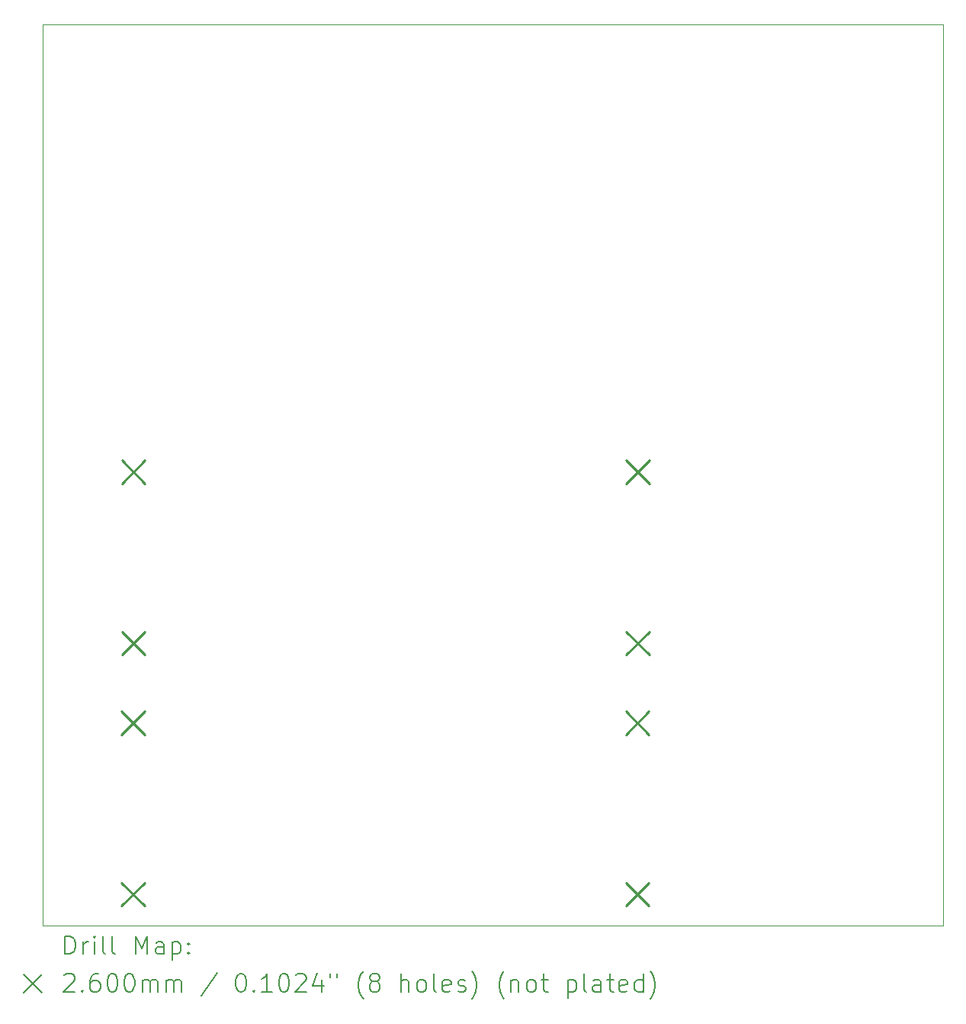
<source format=gbr>
%TF.GenerationSoftware,KiCad,Pcbnew,6.0.10-86aedd382b~118~ubuntu22.10.1*%
%TF.CreationDate,2023-02-15T12:29:08+01:00*%
%TF.ProjectId,railway,7261696c-7761-4792-9e6b-696361645f70,rev?*%
%TF.SameCoordinates,Original*%
%TF.FileFunction,Drillmap*%
%TF.FilePolarity,Positive*%
%FSLAX45Y45*%
G04 Gerber Fmt 4.5, Leading zero omitted, Abs format (unit mm)*
G04 Created by KiCad (PCBNEW 6.0.10-86aedd382b~118~ubuntu22.10.1) date 2023-02-15 12:29:08*
%MOMM*%
%LPD*%
G01*
G04 APERTURE LIST*
%ADD10C,0.100000*%
%ADD11C,0.200000*%
%ADD12C,0.260000*%
G04 APERTURE END LIST*
D10*
X3000000Y-3000000D02*
X13000000Y-3000000D01*
X13000000Y-3000000D02*
X13000000Y-13000000D01*
X13000000Y-13000000D02*
X3000000Y-13000000D01*
X3000000Y-13000000D02*
X3000000Y-3000000D01*
D11*
D12*
X3878400Y-10622100D02*
X4138400Y-10882100D01*
X4138400Y-10622100D02*
X3878400Y-10882100D01*
X3878400Y-12522100D02*
X4138400Y-12782100D01*
X4138400Y-12522100D02*
X3878400Y-12782100D01*
X3880400Y-7838600D02*
X4140400Y-8098600D01*
X4140400Y-7838600D02*
X3880400Y-8098600D01*
X3880400Y-9738600D02*
X4140400Y-9998600D01*
X4140400Y-9738600D02*
X3880400Y-9998600D01*
X9478400Y-10622100D02*
X9738400Y-10882100D01*
X9738400Y-10622100D02*
X9478400Y-10882100D01*
X9478400Y-12522100D02*
X9738400Y-12782100D01*
X9738400Y-12522100D02*
X9478400Y-12782100D01*
X9480400Y-7838600D02*
X9740400Y-8098600D01*
X9740400Y-7838600D02*
X9480400Y-8098600D01*
X9480400Y-9738600D02*
X9740400Y-9998600D01*
X9740400Y-9738600D02*
X9480400Y-9998600D01*
D11*
X3252619Y-13315476D02*
X3252619Y-13115476D01*
X3300238Y-13115476D01*
X3328809Y-13125000D01*
X3347857Y-13144048D01*
X3357381Y-13163095D01*
X3366905Y-13201190D01*
X3366905Y-13229762D01*
X3357381Y-13267857D01*
X3347857Y-13286905D01*
X3328809Y-13305952D01*
X3300238Y-13315476D01*
X3252619Y-13315476D01*
X3452619Y-13315476D02*
X3452619Y-13182143D01*
X3452619Y-13220238D02*
X3462143Y-13201190D01*
X3471667Y-13191667D01*
X3490714Y-13182143D01*
X3509762Y-13182143D01*
X3576428Y-13315476D02*
X3576428Y-13182143D01*
X3576428Y-13115476D02*
X3566905Y-13125000D01*
X3576428Y-13134524D01*
X3585952Y-13125000D01*
X3576428Y-13115476D01*
X3576428Y-13134524D01*
X3700238Y-13315476D02*
X3681190Y-13305952D01*
X3671667Y-13286905D01*
X3671667Y-13115476D01*
X3805000Y-13315476D02*
X3785952Y-13305952D01*
X3776428Y-13286905D01*
X3776428Y-13115476D01*
X4033571Y-13315476D02*
X4033571Y-13115476D01*
X4100238Y-13258333D01*
X4166905Y-13115476D01*
X4166905Y-13315476D01*
X4347857Y-13315476D02*
X4347857Y-13210714D01*
X4338333Y-13191667D01*
X4319286Y-13182143D01*
X4281190Y-13182143D01*
X4262143Y-13191667D01*
X4347857Y-13305952D02*
X4328810Y-13315476D01*
X4281190Y-13315476D01*
X4262143Y-13305952D01*
X4252619Y-13286905D01*
X4252619Y-13267857D01*
X4262143Y-13248809D01*
X4281190Y-13239286D01*
X4328810Y-13239286D01*
X4347857Y-13229762D01*
X4443095Y-13182143D02*
X4443095Y-13382143D01*
X4443095Y-13191667D02*
X4462143Y-13182143D01*
X4500238Y-13182143D01*
X4519286Y-13191667D01*
X4528810Y-13201190D01*
X4538333Y-13220238D01*
X4538333Y-13277381D01*
X4528810Y-13296428D01*
X4519286Y-13305952D01*
X4500238Y-13315476D01*
X4462143Y-13315476D01*
X4443095Y-13305952D01*
X4624048Y-13296428D02*
X4633571Y-13305952D01*
X4624048Y-13315476D01*
X4614524Y-13305952D01*
X4624048Y-13296428D01*
X4624048Y-13315476D01*
X4624048Y-13191667D02*
X4633571Y-13201190D01*
X4624048Y-13210714D01*
X4614524Y-13201190D01*
X4624048Y-13191667D01*
X4624048Y-13210714D01*
X2795000Y-13545000D02*
X2995000Y-13745000D01*
X2995000Y-13545000D02*
X2795000Y-13745000D01*
X3243095Y-13554524D02*
X3252619Y-13545000D01*
X3271667Y-13535476D01*
X3319286Y-13535476D01*
X3338333Y-13545000D01*
X3347857Y-13554524D01*
X3357381Y-13573571D01*
X3357381Y-13592619D01*
X3347857Y-13621190D01*
X3233571Y-13735476D01*
X3357381Y-13735476D01*
X3443095Y-13716428D02*
X3452619Y-13725952D01*
X3443095Y-13735476D01*
X3433571Y-13725952D01*
X3443095Y-13716428D01*
X3443095Y-13735476D01*
X3624048Y-13535476D02*
X3585952Y-13535476D01*
X3566905Y-13545000D01*
X3557381Y-13554524D01*
X3538333Y-13583095D01*
X3528809Y-13621190D01*
X3528809Y-13697381D01*
X3538333Y-13716428D01*
X3547857Y-13725952D01*
X3566905Y-13735476D01*
X3605000Y-13735476D01*
X3624048Y-13725952D01*
X3633571Y-13716428D01*
X3643095Y-13697381D01*
X3643095Y-13649762D01*
X3633571Y-13630714D01*
X3624048Y-13621190D01*
X3605000Y-13611667D01*
X3566905Y-13611667D01*
X3547857Y-13621190D01*
X3538333Y-13630714D01*
X3528809Y-13649762D01*
X3766905Y-13535476D02*
X3785952Y-13535476D01*
X3805000Y-13545000D01*
X3814524Y-13554524D01*
X3824048Y-13573571D01*
X3833571Y-13611667D01*
X3833571Y-13659286D01*
X3824048Y-13697381D01*
X3814524Y-13716428D01*
X3805000Y-13725952D01*
X3785952Y-13735476D01*
X3766905Y-13735476D01*
X3747857Y-13725952D01*
X3738333Y-13716428D01*
X3728809Y-13697381D01*
X3719286Y-13659286D01*
X3719286Y-13611667D01*
X3728809Y-13573571D01*
X3738333Y-13554524D01*
X3747857Y-13545000D01*
X3766905Y-13535476D01*
X3957381Y-13535476D02*
X3976428Y-13535476D01*
X3995476Y-13545000D01*
X4005000Y-13554524D01*
X4014524Y-13573571D01*
X4024048Y-13611667D01*
X4024048Y-13659286D01*
X4014524Y-13697381D01*
X4005000Y-13716428D01*
X3995476Y-13725952D01*
X3976428Y-13735476D01*
X3957381Y-13735476D01*
X3938333Y-13725952D01*
X3928809Y-13716428D01*
X3919286Y-13697381D01*
X3909762Y-13659286D01*
X3909762Y-13611667D01*
X3919286Y-13573571D01*
X3928809Y-13554524D01*
X3938333Y-13545000D01*
X3957381Y-13535476D01*
X4109762Y-13735476D02*
X4109762Y-13602143D01*
X4109762Y-13621190D02*
X4119286Y-13611667D01*
X4138333Y-13602143D01*
X4166905Y-13602143D01*
X4185952Y-13611667D01*
X4195476Y-13630714D01*
X4195476Y-13735476D01*
X4195476Y-13630714D02*
X4205000Y-13611667D01*
X4224048Y-13602143D01*
X4252619Y-13602143D01*
X4271667Y-13611667D01*
X4281190Y-13630714D01*
X4281190Y-13735476D01*
X4376429Y-13735476D02*
X4376429Y-13602143D01*
X4376429Y-13621190D02*
X4385952Y-13611667D01*
X4405000Y-13602143D01*
X4433571Y-13602143D01*
X4452619Y-13611667D01*
X4462143Y-13630714D01*
X4462143Y-13735476D01*
X4462143Y-13630714D02*
X4471667Y-13611667D01*
X4490714Y-13602143D01*
X4519286Y-13602143D01*
X4538333Y-13611667D01*
X4547857Y-13630714D01*
X4547857Y-13735476D01*
X4938333Y-13525952D02*
X4766905Y-13783095D01*
X5195476Y-13535476D02*
X5214524Y-13535476D01*
X5233571Y-13545000D01*
X5243095Y-13554524D01*
X5252619Y-13573571D01*
X5262143Y-13611667D01*
X5262143Y-13659286D01*
X5252619Y-13697381D01*
X5243095Y-13716428D01*
X5233571Y-13725952D01*
X5214524Y-13735476D01*
X5195476Y-13735476D01*
X5176429Y-13725952D01*
X5166905Y-13716428D01*
X5157381Y-13697381D01*
X5147857Y-13659286D01*
X5147857Y-13611667D01*
X5157381Y-13573571D01*
X5166905Y-13554524D01*
X5176429Y-13545000D01*
X5195476Y-13535476D01*
X5347857Y-13716428D02*
X5357381Y-13725952D01*
X5347857Y-13735476D01*
X5338333Y-13725952D01*
X5347857Y-13716428D01*
X5347857Y-13735476D01*
X5547857Y-13735476D02*
X5433571Y-13735476D01*
X5490714Y-13735476D02*
X5490714Y-13535476D01*
X5471667Y-13564048D01*
X5452619Y-13583095D01*
X5433571Y-13592619D01*
X5671667Y-13535476D02*
X5690714Y-13535476D01*
X5709762Y-13545000D01*
X5719286Y-13554524D01*
X5728809Y-13573571D01*
X5738333Y-13611667D01*
X5738333Y-13659286D01*
X5728809Y-13697381D01*
X5719286Y-13716428D01*
X5709762Y-13725952D01*
X5690714Y-13735476D01*
X5671667Y-13735476D01*
X5652619Y-13725952D01*
X5643095Y-13716428D01*
X5633571Y-13697381D01*
X5624048Y-13659286D01*
X5624048Y-13611667D01*
X5633571Y-13573571D01*
X5643095Y-13554524D01*
X5652619Y-13545000D01*
X5671667Y-13535476D01*
X5814524Y-13554524D02*
X5824048Y-13545000D01*
X5843095Y-13535476D01*
X5890714Y-13535476D01*
X5909762Y-13545000D01*
X5919286Y-13554524D01*
X5928809Y-13573571D01*
X5928809Y-13592619D01*
X5919286Y-13621190D01*
X5805000Y-13735476D01*
X5928809Y-13735476D01*
X6100238Y-13602143D02*
X6100238Y-13735476D01*
X6052619Y-13525952D02*
X6005000Y-13668809D01*
X6128809Y-13668809D01*
X6195476Y-13535476D02*
X6195476Y-13573571D01*
X6271667Y-13535476D02*
X6271667Y-13573571D01*
X6566905Y-13811667D02*
X6557381Y-13802143D01*
X6538333Y-13773571D01*
X6528809Y-13754524D01*
X6519286Y-13725952D01*
X6509762Y-13678333D01*
X6509762Y-13640238D01*
X6519286Y-13592619D01*
X6528809Y-13564048D01*
X6538333Y-13545000D01*
X6557381Y-13516428D01*
X6566905Y-13506905D01*
X6671667Y-13621190D02*
X6652619Y-13611667D01*
X6643095Y-13602143D01*
X6633571Y-13583095D01*
X6633571Y-13573571D01*
X6643095Y-13554524D01*
X6652619Y-13545000D01*
X6671667Y-13535476D01*
X6709762Y-13535476D01*
X6728809Y-13545000D01*
X6738333Y-13554524D01*
X6747857Y-13573571D01*
X6747857Y-13583095D01*
X6738333Y-13602143D01*
X6728809Y-13611667D01*
X6709762Y-13621190D01*
X6671667Y-13621190D01*
X6652619Y-13630714D01*
X6643095Y-13640238D01*
X6633571Y-13659286D01*
X6633571Y-13697381D01*
X6643095Y-13716428D01*
X6652619Y-13725952D01*
X6671667Y-13735476D01*
X6709762Y-13735476D01*
X6728809Y-13725952D01*
X6738333Y-13716428D01*
X6747857Y-13697381D01*
X6747857Y-13659286D01*
X6738333Y-13640238D01*
X6728809Y-13630714D01*
X6709762Y-13621190D01*
X6985952Y-13735476D02*
X6985952Y-13535476D01*
X7071667Y-13735476D02*
X7071667Y-13630714D01*
X7062143Y-13611667D01*
X7043095Y-13602143D01*
X7014524Y-13602143D01*
X6995476Y-13611667D01*
X6985952Y-13621190D01*
X7195476Y-13735476D02*
X7176428Y-13725952D01*
X7166905Y-13716428D01*
X7157381Y-13697381D01*
X7157381Y-13640238D01*
X7166905Y-13621190D01*
X7176428Y-13611667D01*
X7195476Y-13602143D01*
X7224048Y-13602143D01*
X7243095Y-13611667D01*
X7252619Y-13621190D01*
X7262143Y-13640238D01*
X7262143Y-13697381D01*
X7252619Y-13716428D01*
X7243095Y-13725952D01*
X7224048Y-13735476D01*
X7195476Y-13735476D01*
X7376428Y-13735476D02*
X7357381Y-13725952D01*
X7347857Y-13706905D01*
X7347857Y-13535476D01*
X7528809Y-13725952D02*
X7509762Y-13735476D01*
X7471667Y-13735476D01*
X7452619Y-13725952D01*
X7443095Y-13706905D01*
X7443095Y-13630714D01*
X7452619Y-13611667D01*
X7471667Y-13602143D01*
X7509762Y-13602143D01*
X7528809Y-13611667D01*
X7538333Y-13630714D01*
X7538333Y-13649762D01*
X7443095Y-13668809D01*
X7614524Y-13725952D02*
X7633571Y-13735476D01*
X7671667Y-13735476D01*
X7690714Y-13725952D01*
X7700238Y-13706905D01*
X7700238Y-13697381D01*
X7690714Y-13678333D01*
X7671667Y-13668809D01*
X7643095Y-13668809D01*
X7624048Y-13659286D01*
X7614524Y-13640238D01*
X7614524Y-13630714D01*
X7624048Y-13611667D01*
X7643095Y-13602143D01*
X7671667Y-13602143D01*
X7690714Y-13611667D01*
X7766905Y-13811667D02*
X7776428Y-13802143D01*
X7795476Y-13773571D01*
X7805000Y-13754524D01*
X7814524Y-13725952D01*
X7824048Y-13678333D01*
X7824048Y-13640238D01*
X7814524Y-13592619D01*
X7805000Y-13564048D01*
X7795476Y-13545000D01*
X7776428Y-13516428D01*
X7766905Y-13506905D01*
X8128809Y-13811667D02*
X8119286Y-13802143D01*
X8100238Y-13773571D01*
X8090714Y-13754524D01*
X8081190Y-13725952D01*
X8071667Y-13678333D01*
X8071667Y-13640238D01*
X8081190Y-13592619D01*
X8090714Y-13564048D01*
X8100238Y-13545000D01*
X8119286Y-13516428D01*
X8128809Y-13506905D01*
X8205000Y-13602143D02*
X8205000Y-13735476D01*
X8205000Y-13621190D02*
X8214524Y-13611667D01*
X8233571Y-13602143D01*
X8262143Y-13602143D01*
X8281190Y-13611667D01*
X8290714Y-13630714D01*
X8290714Y-13735476D01*
X8414524Y-13735476D02*
X8395476Y-13725952D01*
X8385952Y-13716428D01*
X8376428Y-13697381D01*
X8376428Y-13640238D01*
X8385952Y-13621190D01*
X8395476Y-13611667D01*
X8414524Y-13602143D01*
X8443095Y-13602143D01*
X8462143Y-13611667D01*
X8471667Y-13621190D01*
X8481190Y-13640238D01*
X8481190Y-13697381D01*
X8471667Y-13716428D01*
X8462143Y-13725952D01*
X8443095Y-13735476D01*
X8414524Y-13735476D01*
X8538333Y-13602143D02*
X8614524Y-13602143D01*
X8566905Y-13535476D02*
X8566905Y-13706905D01*
X8576429Y-13725952D01*
X8595476Y-13735476D01*
X8614524Y-13735476D01*
X8833571Y-13602143D02*
X8833571Y-13802143D01*
X8833571Y-13611667D02*
X8852619Y-13602143D01*
X8890714Y-13602143D01*
X8909762Y-13611667D01*
X8919286Y-13621190D01*
X8928810Y-13640238D01*
X8928810Y-13697381D01*
X8919286Y-13716428D01*
X8909762Y-13725952D01*
X8890714Y-13735476D01*
X8852619Y-13735476D01*
X8833571Y-13725952D01*
X9043095Y-13735476D02*
X9024048Y-13725952D01*
X9014524Y-13706905D01*
X9014524Y-13535476D01*
X9205000Y-13735476D02*
X9205000Y-13630714D01*
X9195476Y-13611667D01*
X9176429Y-13602143D01*
X9138333Y-13602143D01*
X9119286Y-13611667D01*
X9205000Y-13725952D02*
X9185952Y-13735476D01*
X9138333Y-13735476D01*
X9119286Y-13725952D01*
X9109762Y-13706905D01*
X9109762Y-13687857D01*
X9119286Y-13668809D01*
X9138333Y-13659286D01*
X9185952Y-13659286D01*
X9205000Y-13649762D01*
X9271667Y-13602143D02*
X9347857Y-13602143D01*
X9300238Y-13535476D02*
X9300238Y-13706905D01*
X9309762Y-13725952D01*
X9328810Y-13735476D01*
X9347857Y-13735476D01*
X9490714Y-13725952D02*
X9471667Y-13735476D01*
X9433571Y-13735476D01*
X9414524Y-13725952D01*
X9405000Y-13706905D01*
X9405000Y-13630714D01*
X9414524Y-13611667D01*
X9433571Y-13602143D01*
X9471667Y-13602143D01*
X9490714Y-13611667D01*
X9500238Y-13630714D01*
X9500238Y-13649762D01*
X9405000Y-13668809D01*
X9671667Y-13735476D02*
X9671667Y-13535476D01*
X9671667Y-13725952D02*
X9652619Y-13735476D01*
X9614524Y-13735476D01*
X9595476Y-13725952D01*
X9585952Y-13716428D01*
X9576429Y-13697381D01*
X9576429Y-13640238D01*
X9585952Y-13621190D01*
X9595476Y-13611667D01*
X9614524Y-13602143D01*
X9652619Y-13602143D01*
X9671667Y-13611667D01*
X9747857Y-13811667D02*
X9757381Y-13802143D01*
X9776429Y-13773571D01*
X9785952Y-13754524D01*
X9795476Y-13725952D01*
X9805000Y-13678333D01*
X9805000Y-13640238D01*
X9795476Y-13592619D01*
X9785952Y-13564048D01*
X9776429Y-13545000D01*
X9757381Y-13516428D01*
X9747857Y-13506905D01*
M02*

</source>
